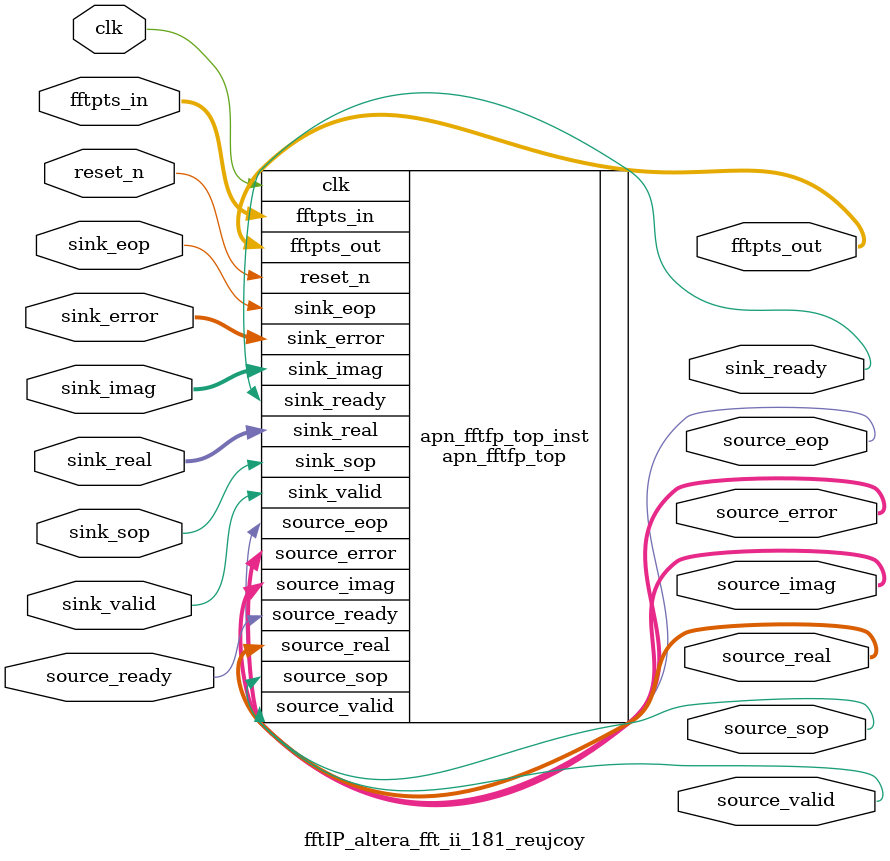
<source format=sv>



module fftIP_altera_fft_ii_181_reujcoy (
   input clk, 
   input reset_n,
	input [7 : 0] fftpts_in,
	input	sink_valid,
	input	sink_sop,
	input	sink_eop,
	input	logic [31 : 0] sink_real,
	input	logic [31 : 0] sink_imag,
	input	logic [1 : 0] sink_error,
	input	source_ready,
   output [7 : 0] fftpts_out,
	output sink_ready,
	output [1 : 0] source_error,
	output source_sop,
	output source_eop,
	output source_valid,
	output [31 : 0] source_real,
	output [31 : 0] source_imag
	);

	apn_fftfp_top #(
		.DEVICE_FAMILY_g("Stratix 10"),
		.MAX_FFTPTS_g(128),
		.NUM_STAGES_g(4),
		.DATAWIDTH_g(32),
		.TWIDWIDTH_g(32),
		.MAX_GROW_g (0),
		.TWIDROM_BASE_g("fftIP_altera_fft_ii_181_reujcoy_"),
		.DSP_ROUNDING_g(0),
		.INPUT_FORMAT_g("NATURAL_ORDER"),
		.OUTPUT_FORMAT_g("NATURAL_ORDER"),
		.REPRESENTATION_g("FLOATPT"),
		.DSP_ARCH_g(0),
        .PRUNE_g("2,3,2,0") 
	)
	apn_fftfp_top_inst (
		.clk(clk),
		.reset_n(reset_n),
		.fftpts_in(fftpts_in),
		.fftpts_out(fftpts_out),
		.sink_valid(sink_valid),
		.sink_sop(sink_sop),
		.sink_eop(sink_eop),
		.sink_real(sink_real),
		.sink_imag(sink_imag),
		.sink_ready(sink_ready),
		.sink_error(sink_error),
		.source_error(source_error),
		.source_ready(source_ready),
		.source_sop(source_sop),
		.source_eop(source_eop),
		.source_valid(source_valid),
		.source_real(source_real),
		.source_imag(source_imag)
	);
endmodule


</source>
